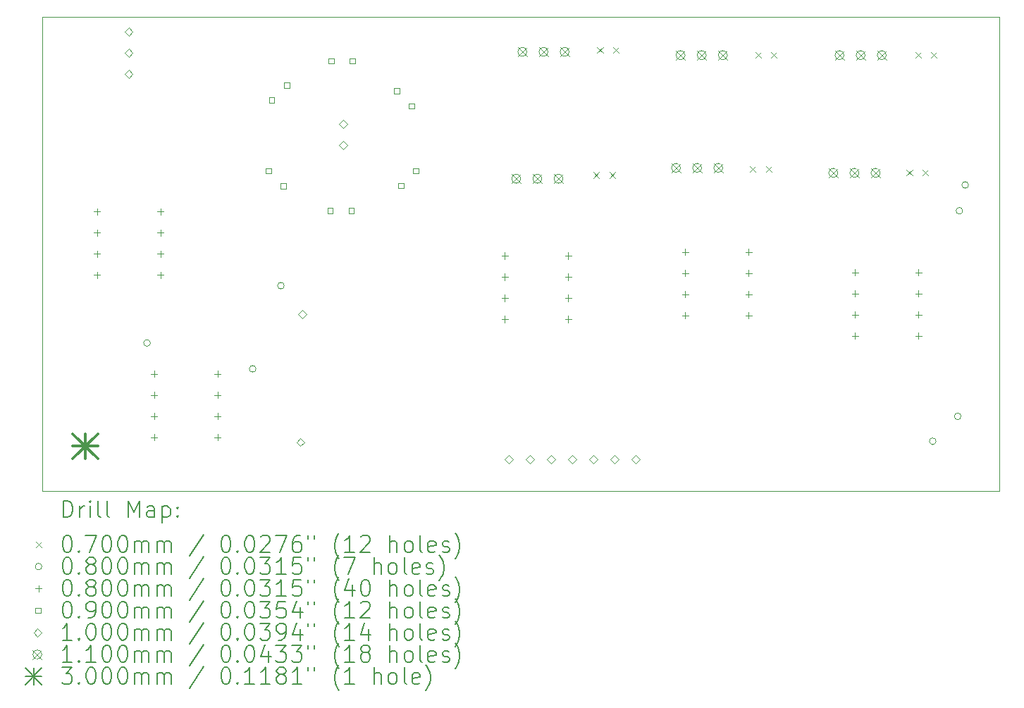
<source format=gbr>
%FSLAX45Y45*%
G04 Gerber Fmt 4.5, Leading zero omitted, Abs format (unit mm)*
G04 Created by KiCad (PCBNEW 6.0.2-378541a8eb~116~ubuntu20.04.1) date 2022-03-04 16:58:57*
%MOMM*%
%LPD*%
G01*
G04 APERTURE LIST*
%TA.AperFunction,Profile*%
%ADD10C,0.050000*%
%TD*%
%ADD11C,0.200000*%
%ADD12C,0.070000*%
%ADD13C,0.080000*%
%ADD14C,0.090000*%
%ADD15C,0.100000*%
%ADD16C,0.110000*%
%ADD17C,0.300000*%
G04 APERTURE END LIST*
D10*
X20400000Y-8300000D02*
X8900000Y-8300000D01*
X8900000Y-2600000D02*
X20400000Y-2600000D01*
X20400000Y-2600000D02*
X20400000Y-8200000D01*
X8900000Y-8300000D02*
X8900000Y-2600000D01*
X20400000Y-8200000D02*
X20400000Y-8300000D01*
D11*
D12*
X15525000Y-4465000D02*
X15595000Y-4535000D01*
X15595000Y-4465000D02*
X15525000Y-4535000D01*
X15568500Y-2960500D02*
X15638500Y-3030500D01*
X15638500Y-2960500D02*
X15568500Y-3030500D01*
X15715000Y-4465000D02*
X15785000Y-4535000D01*
X15785000Y-4465000D02*
X15715000Y-4535000D01*
X15758500Y-2960500D02*
X15828500Y-3030500D01*
X15828500Y-2960500D02*
X15758500Y-3030500D01*
X17404500Y-4395000D02*
X17474500Y-4465000D01*
X17474500Y-4395000D02*
X17404500Y-4465000D01*
X17468500Y-3020500D02*
X17538500Y-3090500D01*
X17538500Y-3020500D02*
X17468500Y-3090500D01*
X17594500Y-4395000D02*
X17664500Y-4465000D01*
X17664500Y-4395000D02*
X17594500Y-4465000D01*
X17658500Y-3020500D02*
X17728500Y-3090500D01*
X17728500Y-3020500D02*
X17658500Y-3090500D01*
X19285000Y-4435000D02*
X19355000Y-4505000D01*
X19355000Y-4435000D02*
X19285000Y-4505000D01*
X19389000Y-3020500D02*
X19459000Y-3090500D01*
X19459000Y-3020500D02*
X19389000Y-3090500D01*
X19475000Y-4435000D02*
X19545000Y-4505000D01*
X19545000Y-4435000D02*
X19475000Y-4505000D01*
X19579000Y-3020500D02*
X19649000Y-3090500D01*
X19649000Y-3020500D02*
X19579000Y-3090500D01*
D13*
X10200000Y-6520000D02*
G75*
G03*
X10200000Y-6520000I-40000J0D01*
G01*
X11470000Y-6830000D02*
G75*
G03*
X11470000Y-6830000I-40000J0D01*
G01*
X11810000Y-5830000D02*
G75*
G03*
X11810000Y-5830000I-40000J0D01*
G01*
X19640000Y-7700000D02*
G75*
G03*
X19640000Y-7700000I-40000J0D01*
G01*
X19940000Y-7400000D02*
G75*
G03*
X19940000Y-7400000I-40000J0D01*
G01*
X19960000Y-4930000D02*
G75*
G03*
X19960000Y-4930000I-40000J0D01*
G01*
X20030000Y-4620000D02*
G75*
G03*
X20030000Y-4620000I-40000J0D01*
G01*
X9560000Y-4900000D02*
X9560000Y-4980000D01*
X9520000Y-4940000D02*
X9600000Y-4940000D01*
X9560000Y-5154000D02*
X9560000Y-5234000D01*
X9520000Y-5194000D02*
X9600000Y-5194000D01*
X9560000Y-5408000D02*
X9560000Y-5488000D01*
X9520000Y-5448000D02*
X9600000Y-5448000D01*
X9560000Y-5662000D02*
X9560000Y-5742000D01*
X9520000Y-5702000D02*
X9600000Y-5702000D01*
X10245000Y-6850000D02*
X10245000Y-6930000D01*
X10205000Y-6890000D02*
X10285000Y-6890000D01*
X10245000Y-7104000D02*
X10245000Y-7184000D01*
X10205000Y-7144000D02*
X10285000Y-7144000D01*
X10245000Y-7358000D02*
X10245000Y-7438000D01*
X10205000Y-7398000D02*
X10285000Y-7398000D01*
X10245000Y-7612000D02*
X10245000Y-7692000D01*
X10205000Y-7652000D02*
X10285000Y-7652000D01*
X10322000Y-4900000D02*
X10322000Y-4980000D01*
X10282000Y-4940000D02*
X10362000Y-4940000D01*
X10322000Y-5154000D02*
X10322000Y-5234000D01*
X10282000Y-5194000D02*
X10362000Y-5194000D01*
X10322000Y-5408000D02*
X10322000Y-5488000D01*
X10282000Y-5448000D02*
X10362000Y-5448000D01*
X10322000Y-5662000D02*
X10322000Y-5742000D01*
X10282000Y-5702000D02*
X10362000Y-5702000D01*
X11007000Y-6850000D02*
X11007000Y-6930000D01*
X10967000Y-6890000D02*
X11047000Y-6890000D01*
X11007000Y-7104000D02*
X11007000Y-7184000D01*
X10967000Y-7144000D02*
X11047000Y-7144000D01*
X11007000Y-7358000D02*
X11007000Y-7438000D01*
X10967000Y-7398000D02*
X11047000Y-7398000D01*
X11007000Y-7612000D02*
X11007000Y-7692000D01*
X10967000Y-7652000D02*
X11047000Y-7652000D01*
X14458750Y-5430000D02*
X14458750Y-5510000D01*
X14418750Y-5470000D02*
X14498750Y-5470000D01*
X14458750Y-5684000D02*
X14458750Y-5764000D01*
X14418750Y-5724000D02*
X14498750Y-5724000D01*
X14458750Y-5938000D02*
X14458750Y-6018000D01*
X14418750Y-5978000D02*
X14498750Y-5978000D01*
X14458750Y-6192000D02*
X14458750Y-6272000D01*
X14418750Y-6232000D02*
X14498750Y-6232000D01*
X15220750Y-5430000D02*
X15220750Y-5510000D01*
X15180750Y-5470000D02*
X15260750Y-5470000D01*
X15220750Y-5684000D02*
X15220750Y-5764000D01*
X15180750Y-5724000D02*
X15260750Y-5724000D01*
X15220750Y-5938000D02*
X15220750Y-6018000D01*
X15180750Y-5978000D02*
X15260750Y-5978000D01*
X15220750Y-6192000D02*
X15220750Y-6272000D01*
X15180750Y-6232000D02*
X15260750Y-6232000D01*
X16626750Y-5386000D02*
X16626750Y-5466000D01*
X16586750Y-5426000D02*
X16666750Y-5426000D01*
X16626750Y-5640000D02*
X16626750Y-5720000D01*
X16586750Y-5680000D02*
X16666750Y-5680000D01*
X16626750Y-5894000D02*
X16626750Y-5974000D01*
X16586750Y-5934000D02*
X16666750Y-5934000D01*
X16626750Y-6148000D02*
X16626750Y-6228000D01*
X16586750Y-6188000D02*
X16666750Y-6188000D01*
X17388750Y-5386000D02*
X17388750Y-5466000D01*
X17348750Y-5426000D02*
X17428750Y-5426000D01*
X17388750Y-5640000D02*
X17388750Y-5720000D01*
X17348750Y-5680000D02*
X17428750Y-5680000D01*
X17388750Y-5894000D02*
X17388750Y-5974000D01*
X17348750Y-5934000D02*
X17428750Y-5934000D01*
X17388750Y-6148000D02*
X17388750Y-6228000D01*
X17348750Y-6188000D02*
X17428750Y-6188000D01*
X18668750Y-5630000D02*
X18668750Y-5710000D01*
X18628750Y-5670000D02*
X18708750Y-5670000D01*
X18668750Y-5884000D02*
X18668750Y-5964000D01*
X18628750Y-5924000D02*
X18708750Y-5924000D01*
X18668750Y-6138000D02*
X18668750Y-6218000D01*
X18628750Y-6178000D02*
X18708750Y-6178000D01*
X18668750Y-6392000D02*
X18668750Y-6472000D01*
X18628750Y-6432000D02*
X18708750Y-6432000D01*
X19430750Y-5630000D02*
X19430750Y-5710000D01*
X19390750Y-5670000D02*
X19470750Y-5670000D01*
X19430750Y-5884000D02*
X19430750Y-5964000D01*
X19390750Y-5924000D02*
X19470750Y-5924000D01*
X19430750Y-6138000D02*
X19430750Y-6218000D01*
X19390750Y-6178000D02*
X19470750Y-6178000D01*
X19430750Y-6392000D02*
X19430750Y-6472000D01*
X19390750Y-6432000D02*
X19470750Y-6432000D01*
D14*
X11652215Y-4482215D02*
X11652215Y-4418575D01*
X11588575Y-4418575D01*
X11588575Y-4482215D01*
X11652215Y-4482215D01*
X11691820Y-3631820D02*
X11691820Y-3568180D01*
X11628180Y-3568180D01*
X11628180Y-3631820D01*
X11691820Y-3631820D01*
X11831820Y-4661820D02*
X11831820Y-4598180D01*
X11768180Y-4598180D01*
X11768180Y-4661820D01*
X11831820Y-4661820D01*
X11871425Y-3452215D02*
X11871425Y-3388575D01*
X11807785Y-3388575D01*
X11807785Y-3452215D01*
X11871425Y-3452215D01*
X12394320Y-4961820D02*
X12394320Y-4898180D01*
X12330680Y-4898180D01*
X12330680Y-4961820D01*
X12394320Y-4961820D01*
X12407820Y-3161820D02*
X12407820Y-3098180D01*
X12344180Y-3098180D01*
X12344180Y-3161820D01*
X12407820Y-3161820D01*
X12648320Y-4961820D02*
X12648320Y-4898180D01*
X12584680Y-4898180D01*
X12584680Y-4961820D01*
X12648320Y-4961820D01*
X12661820Y-3161820D02*
X12661820Y-3098180D01*
X12598180Y-3098180D01*
X12598180Y-3161820D01*
X12661820Y-3161820D01*
X13191820Y-3521820D02*
X13191820Y-3458180D01*
X13128180Y-3458180D01*
X13128180Y-3521820D01*
X13191820Y-3521820D01*
X13242215Y-4661425D02*
X13242215Y-4597785D01*
X13178575Y-4597785D01*
X13178575Y-4661425D01*
X13242215Y-4661425D01*
X13371425Y-3701425D02*
X13371425Y-3637785D01*
X13307785Y-3637785D01*
X13307785Y-3701425D01*
X13371425Y-3701425D01*
X13421820Y-4481820D02*
X13421820Y-4418180D01*
X13358180Y-4418180D01*
X13358180Y-4481820D01*
X13421820Y-4481820D01*
D15*
X9940000Y-2830000D02*
X9990000Y-2780000D01*
X9940000Y-2730000D01*
X9890000Y-2780000D01*
X9940000Y-2830000D01*
X9940000Y-3084000D02*
X9990000Y-3034000D01*
X9940000Y-2984000D01*
X9890000Y-3034000D01*
X9940000Y-3084000D01*
X9940000Y-3338000D02*
X9990000Y-3288000D01*
X9940000Y-3238000D01*
X9890000Y-3288000D01*
X9940000Y-3338000D01*
X12005000Y-7760000D02*
X12055000Y-7710000D01*
X12005000Y-7660000D01*
X11955000Y-7710000D01*
X12005000Y-7760000D01*
X12025000Y-6220000D02*
X12075000Y-6170000D01*
X12025000Y-6120000D01*
X11975000Y-6170000D01*
X12025000Y-6220000D01*
X12520000Y-3940000D02*
X12570000Y-3890000D01*
X12520000Y-3840000D01*
X12470000Y-3890000D01*
X12520000Y-3940000D01*
X12520000Y-4194000D02*
X12570000Y-4144000D01*
X12520000Y-4094000D01*
X12470000Y-4144000D01*
X12520000Y-4194000D01*
X14510000Y-7970000D02*
X14560000Y-7920000D01*
X14510000Y-7870000D01*
X14460000Y-7920000D01*
X14510000Y-7970000D01*
X14764000Y-7970000D02*
X14814000Y-7920000D01*
X14764000Y-7870000D01*
X14714000Y-7920000D01*
X14764000Y-7970000D01*
X15018000Y-7970000D02*
X15068000Y-7920000D01*
X15018000Y-7870000D01*
X14968000Y-7920000D01*
X15018000Y-7970000D01*
X15272000Y-7970000D02*
X15322000Y-7920000D01*
X15272000Y-7870000D01*
X15222000Y-7920000D01*
X15272000Y-7970000D01*
X15526000Y-7970000D02*
X15576000Y-7920000D01*
X15526000Y-7870000D01*
X15476000Y-7920000D01*
X15526000Y-7970000D01*
X15780000Y-7970000D02*
X15830000Y-7920000D01*
X15780000Y-7870000D01*
X15730000Y-7920000D01*
X15780000Y-7970000D01*
X16034000Y-7970000D02*
X16084000Y-7920000D01*
X16034000Y-7870000D01*
X15984000Y-7920000D01*
X16034000Y-7970000D01*
D16*
X14541000Y-4489500D02*
X14651000Y-4599500D01*
X14651000Y-4489500D02*
X14541000Y-4599500D01*
X14651000Y-4544500D02*
G75*
G03*
X14651000Y-4544500I-55000J0D01*
G01*
X14615000Y-2965000D02*
X14725000Y-3075000D01*
X14725000Y-2965000D02*
X14615000Y-3075000D01*
X14725000Y-3020000D02*
G75*
G03*
X14725000Y-3020000I-55000J0D01*
G01*
X14795000Y-4489500D02*
X14905000Y-4599500D01*
X14905000Y-4489500D02*
X14795000Y-4599500D01*
X14905000Y-4544500D02*
G75*
G03*
X14905000Y-4544500I-55000J0D01*
G01*
X14869000Y-2965000D02*
X14979000Y-3075000D01*
X14979000Y-2965000D02*
X14869000Y-3075000D01*
X14979000Y-3020000D02*
G75*
G03*
X14979000Y-3020000I-55000J0D01*
G01*
X15049000Y-4489500D02*
X15159000Y-4599500D01*
X15159000Y-4489500D02*
X15049000Y-4599500D01*
X15159000Y-4544500D02*
G75*
G03*
X15159000Y-4544500I-55000J0D01*
G01*
X15123000Y-2965000D02*
X15233000Y-3075000D01*
X15233000Y-2965000D02*
X15123000Y-3075000D01*
X15233000Y-3020000D02*
G75*
G03*
X15233000Y-3020000I-55000J0D01*
G01*
X16461000Y-4359500D02*
X16571000Y-4469500D01*
X16571000Y-4359500D02*
X16461000Y-4469500D01*
X16571000Y-4414500D02*
G75*
G03*
X16571000Y-4414500I-55000J0D01*
G01*
X16515000Y-3005000D02*
X16625000Y-3115000D01*
X16625000Y-3005000D02*
X16515000Y-3115000D01*
X16625000Y-3060000D02*
G75*
G03*
X16625000Y-3060000I-55000J0D01*
G01*
X16715000Y-4359500D02*
X16825000Y-4469500D01*
X16825000Y-4359500D02*
X16715000Y-4469500D01*
X16825000Y-4414500D02*
G75*
G03*
X16825000Y-4414500I-55000J0D01*
G01*
X16769000Y-3005000D02*
X16879000Y-3115000D01*
X16879000Y-3005000D02*
X16769000Y-3115000D01*
X16879000Y-3060000D02*
G75*
G03*
X16879000Y-3060000I-55000J0D01*
G01*
X16969000Y-4359500D02*
X17079000Y-4469500D01*
X17079000Y-4359500D02*
X16969000Y-4469500D01*
X17079000Y-4414500D02*
G75*
G03*
X17079000Y-4414500I-55000J0D01*
G01*
X17023000Y-3005000D02*
X17133000Y-3115000D01*
X17133000Y-3005000D02*
X17023000Y-3115000D01*
X17133000Y-3060000D02*
G75*
G03*
X17133000Y-3060000I-55000J0D01*
G01*
X18351000Y-4419500D02*
X18461000Y-4529500D01*
X18461000Y-4419500D02*
X18351000Y-4529500D01*
X18461000Y-4474500D02*
G75*
G03*
X18461000Y-4474500I-55000J0D01*
G01*
X18425000Y-3005000D02*
X18535000Y-3115000D01*
X18535000Y-3005000D02*
X18425000Y-3115000D01*
X18535000Y-3060000D02*
G75*
G03*
X18535000Y-3060000I-55000J0D01*
G01*
X18605000Y-4419500D02*
X18715000Y-4529500D01*
X18715000Y-4419500D02*
X18605000Y-4529500D01*
X18715000Y-4474500D02*
G75*
G03*
X18715000Y-4474500I-55000J0D01*
G01*
X18679000Y-3005000D02*
X18789000Y-3115000D01*
X18789000Y-3005000D02*
X18679000Y-3115000D01*
X18789000Y-3060000D02*
G75*
G03*
X18789000Y-3060000I-55000J0D01*
G01*
X18859000Y-4419500D02*
X18969000Y-4529500D01*
X18969000Y-4419500D02*
X18859000Y-4529500D01*
X18969000Y-4474500D02*
G75*
G03*
X18969000Y-4474500I-55000J0D01*
G01*
X18933000Y-3005000D02*
X19043000Y-3115000D01*
X19043000Y-3005000D02*
X18933000Y-3115000D01*
X19043000Y-3060000D02*
G75*
G03*
X19043000Y-3060000I-55000J0D01*
G01*
D17*
X9270000Y-7610000D02*
X9570000Y-7910000D01*
X9570000Y-7610000D02*
X9270000Y-7910000D01*
X9420000Y-7610000D02*
X9420000Y-7910000D01*
X9270000Y-7760000D02*
X9570000Y-7760000D01*
D11*
X9155119Y-8612976D02*
X9155119Y-8412976D01*
X9202738Y-8412976D01*
X9231310Y-8422500D01*
X9250357Y-8441548D01*
X9259881Y-8460595D01*
X9269405Y-8498690D01*
X9269405Y-8527262D01*
X9259881Y-8565357D01*
X9250357Y-8584405D01*
X9231310Y-8603452D01*
X9202738Y-8612976D01*
X9155119Y-8612976D01*
X9355119Y-8612976D02*
X9355119Y-8479643D01*
X9355119Y-8517738D02*
X9364643Y-8498690D01*
X9374167Y-8489167D01*
X9393214Y-8479643D01*
X9412262Y-8479643D01*
X9478929Y-8612976D02*
X9478929Y-8479643D01*
X9478929Y-8412976D02*
X9469405Y-8422500D01*
X9478929Y-8432024D01*
X9488452Y-8422500D01*
X9478929Y-8412976D01*
X9478929Y-8432024D01*
X9602738Y-8612976D02*
X9583690Y-8603452D01*
X9574167Y-8584405D01*
X9574167Y-8412976D01*
X9707500Y-8612976D02*
X9688452Y-8603452D01*
X9678929Y-8584405D01*
X9678929Y-8412976D01*
X9936071Y-8612976D02*
X9936071Y-8412976D01*
X10002738Y-8555833D01*
X10069405Y-8412976D01*
X10069405Y-8612976D01*
X10250357Y-8612976D02*
X10250357Y-8508214D01*
X10240833Y-8489167D01*
X10221786Y-8479643D01*
X10183690Y-8479643D01*
X10164643Y-8489167D01*
X10250357Y-8603452D02*
X10231310Y-8612976D01*
X10183690Y-8612976D01*
X10164643Y-8603452D01*
X10155119Y-8584405D01*
X10155119Y-8565357D01*
X10164643Y-8546310D01*
X10183690Y-8536786D01*
X10231310Y-8536786D01*
X10250357Y-8527262D01*
X10345595Y-8479643D02*
X10345595Y-8679643D01*
X10345595Y-8489167D02*
X10364643Y-8479643D01*
X10402738Y-8479643D01*
X10421786Y-8489167D01*
X10431310Y-8498690D01*
X10440833Y-8517738D01*
X10440833Y-8574881D01*
X10431310Y-8593929D01*
X10421786Y-8603452D01*
X10402738Y-8612976D01*
X10364643Y-8612976D01*
X10345595Y-8603452D01*
X10526548Y-8593929D02*
X10536071Y-8603452D01*
X10526548Y-8612976D01*
X10517024Y-8603452D01*
X10526548Y-8593929D01*
X10526548Y-8612976D01*
X10526548Y-8489167D02*
X10536071Y-8498690D01*
X10526548Y-8508214D01*
X10517024Y-8498690D01*
X10526548Y-8489167D01*
X10526548Y-8508214D01*
D12*
X8827500Y-8907500D02*
X8897500Y-8977500D01*
X8897500Y-8907500D02*
X8827500Y-8977500D01*
D11*
X9193214Y-8832976D02*
X9212262Y-8832976D01*
X9231310Y-8842500D01*
X9240833Y-8852024D01*
X9250357Y-8871071D01*
X9259881Y-8909167D01*
X9259881Y-8956786D01*
X9250357Y-8994881D01*
X9240833Y-9013929D01*
X9231310Y-9023452D01*
X9212262Y-9032976D01*
X9193214Y-9032976D01*
X9174167Y-9023452D01*
X9164643Y-9013929D01*
X9155119Y-8994881D01*
X9145595Y-8956786D01*
X9145595Y-8909167D01*
X9155119Y-8871071D01*
X9164643Y-8852024D01*
X9174167Y-8842500D01*
X9193214Y-8832976D01*
X9345595Y-9013929D02*
X9355119Y-9023452D01*
X9345595Y-9032976D01*
X9336071Y-9023452D01*
X9345595Y-9013929D01*
X9345595Y-9032976D01*
X9421786Y-8832976D02*
X9555119Y-8832976D01*
X9469405Y-9032976D01*
X9669405Y-8832976D02*
X9688452Y-8832976D01*
X9707500Y-8842500D01*
X9717024Y-8852024D01*
X9726548Y-8871071D01*
X9736071Y-8909167D01*
X9736071Y-8956786D01*
X9726548Y-8994881D01*
X9717024Y-9013929D01*
X9707500Y-9023452D01*
X9688452Y-9032976D01*
X9669405Y-9032976D01*
X9650357Y-9023452D01*
X9640833Y-9013929D01*
X9631310Y-8994881D01*
X9621786Y-8956786D01*
X9621786Y-8909167D01*
X9631310Y-8871071D01*
X9640833Y-8852024D01*
X9650357Y-8842500D01*
X9669405Y-8832976D01*
X9859881Y-8832976D02*
X9878929Y-8832976D01*
X9897976Y-8842500D01*
X9907500Y-8852024D01*
X9917024Y-8871071D01*
X9926548Y-8909167D01*
X9926548Y-8956786D01*
X9917024Y-8994881D01*
X9907500Y-9013929D01*
X9897976Y-9023452D01*
X9878929Y-9032976D01*
X9859881Y-9032976D01*
X9840833Y-9023452D01*
X9831310Y-9013929D01*
X9821786Y-8994881D01*
X9812262Y-8956786D01*
X9812262Y-8909167D01*
X9821786Y-8871071D01*
X9831310Y-8852024D01*
X9840833Y-8842500D01*
X9859881Y-8832976D01*
X10012262Y-9032976D02*
X10012262Y-8899643D01*
X10012262Y-8918690D02*
X10021786Y-8909167D01*
X10040833Y-8899643D01*
X10069405Y-8899643D01*
X10088452Y-8909167D01*
X10097976Y-8928214D01*
X10097976Y-9032976D01*
X10097976Y-8928214D02*
X10107500Y-8909167D01*
X10126548Y-8899643D01*
X10155119Y-8899643D01*
X10174167Y-8909167D01*
X10183690Y-8928214D01*
X10183690Y-9032976D01*
X10278929Y-9032976D02*
X10278929Y-8899643D01*
X10278929Y-8918690D02*
X10288452Y-8909167D01*
X10307500Y-8899643D01*
X10336071Y-8899643D01*
X10355119Y-8909167D01*
X10364643Y-8928214D01*
X10364643Y-9032976D01*
X10364643Y-8928214D02*
X10374167Y-8909167D01*
X10393214Y-8899643D01*
X10421786Y-8899643D01*
X10440833Y-8909167D01*
X10450357Y-8928214D01*
X10450357Y-9032976D01*
X10840833Y-8823452D02*
X10669405Y-9080595D01*
X11097976Y-8832976D02*
X11117024Y-8832976D01*
X11136071Y-8842500D01*
X11145595Y-8852024D01*
X11155119Y-8871071D01*
X11164643Y-8909167D01*
X11164643Y-8956786D01*
X11155119Y-8994881D01*
X11145595Y-9013929D01*
X11136071Y-9023452D01*
X11117024Y-9032976D01*
X11097976Y-9032976D01*
X11078929Y-9023452D01*
X11069405Y-9013929D01*
X11059881Y-8994881D01*
X11050357Y-8956786D01*
X11050357Y-8909167D01*
X11059881Y-8871071D01*
X11069405Y-8852024D01*
X11078929Y-8842500D01*
X11097976Y-8832976D01*
X11250357Y-9013929D02*
X11259881Y-9023452D01*
X11250357Y-9032976D01*
X11240833Y-9023452D01*
X11250357Y-9013929D01*
X11250357Y-9032976D01*
X11383690Y-8832976D02*
X11402738Y-8832976D01*
X11421786Y-8842500D01*
X11431309Y-8852024D01*
X11440833Y-8871071D01*
X11450357Y-8909167D01*
X11450357Y-8956786D01*
X11440833Y-8994881D01*
X11431309Y-9013929D01*
X11421786Y-9023452D01*
X11402738Y-9032976D01*
X11383690Y-9032976D01*
X11364643Y-9023452D01*
X11355119Y-9013929D01*
X11345595Y-8994881D01*
X11336071Y-8956786D01*
X11336071Y-8909167D01*
X11345595Y-8871071D01*
X11355119Y-8852024D01*
X11364643Y-8842500D01*
X11383690Y-8832976D01*
X11526548Y-8852024D02*
X11536071Y-8842500D01*
X11555119Y-8832976D01*
X11602738Y-8832976D01*
X11621786Y-8842500D01*
X11631309Y-8852024D01*
X11640833Y-8871071D01*
X11640833Y-8890119D01*
X11631309Y-8918690D01*
X11517024Y-9032976D01*
X11640833Y-9032976D01*
X11707500Y-8832976D02*
X11840833Y-8832976D01*
X11755119Y-9032976D01*
X12002738Y-8832976D02*
X11964643Y-8832976D01*
X11945595Y-8842500D01*
X11936071Y-8852024D01*
X11917024Y-8880595D01*
X11907500Y-8918690D01*
X11907500Y-8994881D01*
X11917024Y-9013929D01*
X11926548Y-9023452D01*
X11945595Y-9032976D01*
X11983690Y-9032976D01*
X12002738Y-9023452D01*
X12012262Y-9013929D01*
X12021786Y-8994881D01*
X12021786Y-8947262D01*
X12012262Y-8928214D01*
X12002738Y-8918690D01*
X11983690Y-8909167D01*
X11945595Y-8909167D01*
X11926548Y-8918690D01*
X11917024Y-8928214D01*
X11907500Y-8947262D01*
X12097976Y-8832976D02*
X12097976Y-8871071D01*
X12174167Y-8832976D02*
X12174167Y-8871071D01*
X12469405Y-9109167D02*
X12459881Y-9099643D01*
X12440833Y-9071071D01*
X12431309Y-9052024D01*
X12421786Y-9023452D01*
X12412262Y-8975833D01*
X12412262Y-8937738D01*
X12421786Y-8890119D01*
X12431309Y-8861548D01*
X12440833Y-8842500D01*
X12459881Y-8813929D01*
X12469405Y-8804405D01*
X12650357Y-9032976D02*
X12536071Y-9032976D01*
X12593214Y-9032976D02*
X12593214Y-8832976D01*
X12574167Y-8861548D01*
X12555119Y-8880595D01*
X12536071Y-8890119D01*
X12726548Y-8852024D02*
X12736071Y-8842500D01*
X12755119Y-8832976D01*
X12802738Y-8832976D01*
X12821786Y-8842500D01*
X12831309Y-8852024D01*
X12840833Y-8871071D01*
X12840833Y-8890119D01*
X12831309Y-8918690D01*
X12717024Y-9032976D01*
X12840833Y-9032976D01*
X13078928Y-9032976D02*
X13078928Y-8832976D01*
X13164643Y-9032976D02*
X13164643Y-8928214D01*
X13155119Y-8909167D01*
X13136071Y-8899643D01*
X13107500Y-8899643D01*
X13088452Y-8909167D01*
X13078928Y-8918690D01*
X13288452Y-9032976D02*
X13269405Y-9023452D01*
X13259881Y-9013929D01*
X13250357Y-8994881D01*
X13250357Y-8937738D01*
X13259881Y-8918690D01*
X13269405Y-8909167D01*
X13288452Y-8899643D01*
X13317024Y-8899643D01*
X13336071Y-8909167D01*
X13345595Y-8918690D01*
X13355119Y-8937738D01*
X13355119Y-8994881D01*
X13345595Y-9013929D01*
X13336071Y-9023452D01*
X13317024Y-9032976D01*
X13288452Y-9032976D01*
X13469405Y-9032976D02*
X13450357Y-9023452D01*
X13440833Y-9004405D01*
X13440833Y-8832976D01*
X13621786Y-9023452D02*
X13602738Y-9032976D01*
X13564643Y-9032976D01*
X13545595Y-9023452D01*
X13536071Y-9004405D01*
X13536071Y-8928214D01*
X13545595Y-8909167D01*
X13564643Y-8899643D01*
X13602738Y-8899643D01*
X13621786Y-8909167D01*
X13631309Y-8928214D01*
X13631309Y-8947262D01*
X13536071Y-8966310D01*
X13707500Y-9023452D02*
X13726548Y-9032976D01*
X13764643Y-9032976D01*
X13783690Y-9023452D01*
X13793214Y-9004405D01*
X13793214Y-8994881D01*
X13783690Y-8975833D01*
X13764643Y-8966310D01*
X13736071Y-8966310D01*
X13717024Y-8956786D01*
X13707500Y-8937738D01*
X13707500Y-8928214D01*
X13717024Y-8909167D01*
X13736071Y-8899643D01*
X13764643Y-8899643D01*
X13783690Y-8909167D01*
X13859881Y-9109167D02*
X13869405Y-9099643D01*
X13888452Y-9071071D01*
X13897976Y-9052024D01*
X13907500Y-9023452D01*
X13917024Y-8975833D01*
X13917024Y-8937738D01*
X13907500Y-8890119D01*
X13897976Y-8861548D01*
X13888452Y-8842500D01*
X13869405Y-8813929D01*
X13859881Y-8804405D01*
D13*
X8897500Y-9206500D02*
G75*
G03*
X8897500Y-9206500I-40000J0D01*
G01*
D11*
X9193214Y-9096976D02*
X9212262Y-9096976D01*
X9231310Y-9106500D01*
X9240833Y-9116024D01*
X9250357Y-9135071D01*
X9259881Y-9173167D01*
X9259881Y-9220786D01*
X9250357Y-9258881D01*
X9240833Y-9277929D01*
X9231310Y-9287452D01*
X9212262Y-9296976D01*
X9193214Y-9296976D01*
X9174167Y-9287452D01*
X9164643Y-9277929D01*
X9155119Y-9258881D01*
X9145595Y-9220786D01*
X9145595Y-9173167D01*
X9155119Y-9135071D01*
X9164643Y-9116024D01*
X9174167Y-9106500D01*
X9193214Y-9096976D01*
X9345595Y-9277929D02*
X9355119Y-9287452D01*
X9345595Y-9296976D01*
X9336071Y-9287452D01*
X9345595Y-9277929D01*
X9345595Y-9296976D01*
X9469405Y-9182690D02*
X9450357Y-9173167D01*
X9440833Y-9163643D01*
X9431310Y-9144595D01*
X9431310Y-9135071D01*
X9440833Y-9116024D01*
X9450357Y-9106500D01*
X9469405Y-9096976D01*
X9507500Y-9096976D01*
X9526548Y-9106500D01*
X9536071Y-9116024D01*
X9545595Y-9135071D01*
X9545595Y-9144595D01*
X9536071Y-9163643D01*
X9526548Y-9173167D01*
X9507500Y-9182690D01*
X9469405Y-9182690D01*
X9450357Y-9192214D01*
X9440833Y-9201738D01*
X9431310Y-9220786D01*
X9431310Y-9258881D01*
X9440833Y-9277929D01*
X9450357Y-9287452D01*
X9469405Y-9296976D01*
X9507500Y-9296976D01*
X9526548Y-9287452D01*
X9536071Y-9277929D01*
X9545595Y-9258881D01*
X9545595Y-9220786D01*
X9536071Y-9201738D01*
X9526548Y-9192214D01*
X9507500Y-9182690D01*
X9669405Y-9096976D02*
X9688452Y-9096976D01*
X9707500Y-9106500D01*
X9717024Y-9116024D01*
X9726548Y-9135071D01*
X9736071Y-9173167D01*
X9736071Y-9220786D01*
X9726548Y-9258881D01*
X9717024Y-9277929D01*
X9707500Y-9287452D01*
X9688452Y-9296976D01*
X9669405Y-9296976D01*
X9650357Y-9287452D01*
X9640833Y-9277929D01*
X9631310Y-9258881D01*
X9621786Y-9220786D01*
X9621786Y-9173167D01*
X9631310Y-9135071D01*
X9640833Y-9116024D01*
X9650357Y-9106500D01*
X9669405Y-9096976D01*
X9859881Y-9096976D02*
X9878929Y-9096976D01*
X9897976Y-9106500D01*
X9907500Y-9116024D01*
X9917024Y-9135071D01*
X9926548Y-9173167D01*
X9926548Y-9220786D01*
X9917024Y-9258881D01*
X9907500Y-9277929D01*
X9897976Y-9287452D01*
X9878929Y-9296976D01*
X9859881Y-9296976D01*
X9840833Y-9287452D01*
X9831310Y-9277929D01*
X9821786Y-9258881D01*
X9812262Y-9220786D01*
X9812262Y-9173167D01*
X9821786Y-9135071D01*
X9831310Y-9116024D01*
X9840833Y-9106500D01*
X9859881Y-9096976D01*
X10012262Y-9296976D02*
X10012262Y-9163643D01*
X10012262Y-9182690D02*
X10021786Y-9173167D01*
X10040833Y-9163643D01*
X10069405Y-9163643D01*
X10088452Y-9173167D01*
X10097976Y-9192214D01*
X10097976Y-9296976D01*
X10097976Y-9192214D02*
X10107500Y-9173167D01*
X10126548Y-9163643D01*
X10155119Y-9163643D01*
X10174167Y-9173167D01*
X10183690Y-9192214D01*
X10183690Y-9296976D01*
X10278929Y-9296976D02*
X10278929Y-9163643D01*
X10278929Y-9182690D02*
X10288452Y-9173167D01*
X10307500Y-9163643D01*
X10336071Y-9163643D01*
X10355119Y-9173167D01*
X10364643Y-9192214D01*
X10364643Y-9296976D01*
X10364643Y-9192214D02*
X10374167Y-9173167D01*
X10393214Y-9163643D01*
X10421786Y-9163643D01*
X10440833Y-9173167D01*
X10450357Y-9192214D01*
X10450357Y-9296976D01*
X10840833Y-9087452D02*
X10669405Y-9344595D01*
X11097976Y-9096976D02*
X11117024Y-9096976D01*
X11136071Y-9106500D01*
X11145595Y-9116024D01*
X11155119Y-9135071D01*
X11164643Y-9173167D01*
X11164643Y-9220786D01*
X11155119Y-9258881D01*
X11145595Y-9277929D01*
X11136071Y-9287452D01*
X11117024Y-9296976D01*
X11097976Y-9296976D01*
X11078929Y-9287452D01*
X11069405Y-9277929D01*
X11059881Y-9258881D01*
X11050357Y-9220786D01*
X11050357Y-9173167D01*
X11059881Y-9135071D01*
X11069405Y-9116024D01*
X11078929Y-9106500D01*
X11097976Y-9096976D01*
X11250357Y-9277929D02*
X11259881Y-9287452D01*
X11250357Y-9296976D01*
X11240833Y-9287452D01*
X11250357Y-9277929D01*
X11250357Y-9296976D01*
X11383690Y-9096976D02*
X11402738Y-9096976D01*
X11421786Y-9106500D01*
X11431309Y-9116024D01*
X11440833Y-9135071D01*
X11450357Y-9173167D01*
X11450357Y-9220786D01*
X11440833Y-9258881D01*
X11431309Y-9277929D01*
X11421786Y-9287452D01*
X11402738Y-9296976D01*
X11383690Y-9296976D01*
X11364643Y-9287452D01*
X11355119Y-9277929D01*
X11345595Y-9258881D01*
X11336071Y-9220786D01*
X11336071Y-9173167D01*
X11345595Y-9135071D01*
X11355119Y-9116024D01*
X11364643Y-9106500D01*
X11383690Y-9096976D01*
X11517024Y-9096976D02*
X11640833Y-9096976D01*
X11574167Y-9173167D01*
X11602738Y-9173167D01*
X11621786Y-9182690D01*
X11631309Y-9192214D01*
X11640833Y-9211262D01*
X11640833Y-9258881D01*
X11631309Y-9277929D01*
X11621786Y-9287452D01*
X11602738Y-9296976D01*
X11545595Y-9296976D01*
X11526548Y-9287452D01*
X11517024Y-9277929D01*
X11831309Y-9296976D02*
X11717024Y-9296976D01*
X11774167Y-9296976D02*
X11774167Y-9096976D01*
X11755119Y-9125548D01*
X11736071Y-9144595D01*
X11717024Y-9154119D01*
X12012262Y-9096976D02*
X11917024Y-9096976D01*
X11907500Y-9192214D01*
X11917024Y-9182690D01*
X11936071Y-9173167D01*
X11983690Y-9173167D01*
X12002738Y-9182690D01*
X12012262Y-9192214D01*
X12021786Y-9211262D01*
X12021786Y-9258881D01*
X12012262Y-9277929D01*
X12002738Y-9287452D01*
X11983690Y-9296976D01*
X11936071Y-9296976D01*
X11917024Y-9287452D01*
X11907500Y-9277929D01*
X12097976Y-9096976D02*
X12097976Y-9135071D01*
X12174167Y-9096976D02*
X12174167Y-9135071D01*
X12469405Y-9373167D02*
X12459881Y-9363643D01*
X12440833Y-9335071D01*
X12431309Y-9316024D01*
X12421786Y-9287452D01*
X12412262Y-9239833D01*
X12412262Y-9201738D01*
X12421786Y-9154119D01*
X12431309Y-9125548D01*
X12440833Y-9106500D01*
X12459881Y-9077929D01*
X12469405Y-9068405D01*
X12526548Y-9096976D02*
X12659881Y-9096976D01*
X12574167Y-9296976D01*
X12888452Y-9296976D02*
X12888452Y-9096976D01*
X12974167Y-9296976D02*
X12974167Y-9192214D01*
X12964643Y-9173167D01*
X12945595Y-9163643D01*
X12917024Y-9163643D01*
X12897976Y-9173167D01*
X12888452Y-9182690D01*
X13097976Y-9296976D02*
X13078928Y-9287452D01*
X13069405Y-9277929D01*
X13059881Y-9258881D01*
X13059881Y-9201738D01*
X13069405Y-9182690D01*
X13078928Y-9173167D01*
X13097976Y-9163643D01*
X13126548Y-9163643D01*
X13145595Y-9173167D01*
X13155119Y-9182690D01*
X13164643Y-9201738D01*
X13164643Y-9258881D01*
X13155119Y-9277929D01*
X13145595Y-9287452D01*
X13126548Y-9296976D01*
X13097976Y-9296976D01*
X13278928Y-9296976D02*
X13259881Y-9287452D01*
X13250357Y-9268405D01*
X13250357Y-9096976D01*
X13431309Y-9287452D02*
X13412262Y-9296976D01*
X13374167Y-9296976D01*
X13355119Y-9287452D01*
X13345595Y-9268405D01*
X13345595Y-9192214D01*
X13355119Y-9173167D01*
X13374167Y-9163643D01*
X13412262Y-9163643D01*
X13431309Y-9173167D01*
X13440833Y-9192214D01*
X13440833Y-9211262D01*
X13345595Y-9230310D01*
X13517024Y-9287452D02*
X13536071Y-9296976D01*
X13574167Y-9296976D01*
X13593214Y-9287452D01*
X13602738Y-9268405D01*
X13602738Y-9258881D01*
X13593214Y-9239833D01*
X13574167Y-9230310D01*
X13545595Y-9230310D01*
X13526548Y-9220786D01*
X13517024Y-9201738D01*
X13517024Y-9192214D01*
X13526548Y-9173167D01*
X13545595Y-9163643D01*
X13574167Y-9163643D01*
X13593214Y-9173167D01*
X13669405Y-9373167D02*
X13678928Y-9363643D01*
X13697976Y-9335071D01*
X13707500Y-9316024D01*
X13717024Y-9287452D01*
X13726548Y-9239833D01*
X13726548Y-9201738D01*
X13717024Y-9154119D01*
X13707500Y-9125548D01*
X13697976Y-9106500D01*
X13678928Y-9077929D01*
X13669405Y-9068405D01*
D13*
X8857500Y-9430500D02*
X8857500Y-9510500D01*
X8817500Y-9470500D02*
X8897500Y-9470500D01*
D11*
X9193214Y-9360976D02*
X9212262Y-9360976D01*
X9231310Y-9370500D01*
X9240833Y-9380024D01*
X9250357Y-9399071D01*
X9259881Y-9437167D01*
X9259881Y-9484786D01*
X9250357Y-9522881D01*
X9240833Y-9541929D01*
X9231310Y-9551452D01*
X9212262Y-9560976D01*
X9193214Y-9560976D01*
X9174167Y-9551452D01*
X9164643Y-9541929D01*
X9155119Y-9522881D01*
X9145595Y-9484786D01*
X9145595Y-9437167D01*
X9155119Y-9399071D01*
X9164643Y-9380024D01*
X9174167Y-9370500D01*
X9193214Y-9360976D01*
X9345595Y-9541929D02*
X9355119Y-9551452D01*
X9345595Y-9560976D01*
X9336071Y-9551452D01*
X9345595Y-9541929D01*
X9345595Y-9560976D01*
X9469405Y-9446690D02*
X9450357Y-9437167D01*
X9440833Y-9427643D01*
X9431310Y-9408595D01*
X9431310Y-9399071D01*
X9440833Y-9380024D01*
X9450357Y-9370500D01*
X9469405Y-9360976D01*
X9507500Y-9360976D01*
X9526548Y-9370500D01*
X9536071Y-9380024D01*
X9545595Y-9399071D01*
X9545595Y-9408595D01*
X9536071Y-9427643D01*
X9526548Y-9437167D01*
X9507500Y-9446690D01*
X9469405Y-9446690D01*
X9450357Y-9456214D01*
X9440833Y-9465738D01*
X9431310Y-9484786D01*
X9431310Y-9522881D01*
X9440833Y-9541929D01*
X9450357Y-9551452D01*
X9469405Y-9560976D01*
X9507500Y-9560976D01*
X9526548Y-9551452D01*
X9536071Y-9541929D01*
X9545595Y-9522881D01*
X9545595Y-9484786D01*
X9536071Y-9465738D01*
X9526548Y-9456214D01*
X9507500Y-9446690D01*
X9669405Y-9360976D02*
X9688452Y-9360976D01*
X9707500Y-9370500D01*
X9717024Y-9380024D01*
X9726548Y-9399071D01*
X9736071Y-9437167D01*
X9736071Y-9484786D01*
X9726548Y-9522881D01*
X9717024Y-9541929D01*
X9707500Y-9551452D01*
X9688452Y-9560976D01*
X9669405Y-9560976D01*
X9650357Y-9551452D01*
X9640833Y-9541929D01*
X9631310Y-9522881D01*
X9621786Y-9484786D01*
X9621786Y-9437167D01*
X9631310Y-9399071D01*
X9640833Y-9380024D01*
X9650357Y-9370500D01*
X9669405Y-9360976D01*
X9859881Y-9360976D02*
X9878929Y-9360976D01*
X9897976Y-9370500D01*
X9907500Y-9380024D01*
X9917024Y-9399071D01*
X9926548Y-9437167D01*
X9926548Y-9484786D01*
X9917024Y-9522881D01*
X9907500Y-9541929D01*
X9897976Y-9551452D01*
X9878929Y-9560976D01*
X9859881Y-9560976D01*
X9840833Y-9551452D01*
X9831310Y-9541929D01*
X9821786Y-9522881D01*
X9812262Y-9484786D01*
X9812262Y-9437167D01*
X9821786Y-9399071D01*
X9831310Y-9380024D01*
X9840833Y-9370500D01*
X9859881Y-9360976D01*
X10012262Y-9560976D02*
X10012262Y-9427643D01*
X10012262Y-9446690D02*
X10021786Y-9437167D01*
X10040833Y-9427643D01*
X10069405Y-9427643D01*
X10088452Y-9437167D01*
X10097976Y-9456214D01*
X10097976Y-9560976D01*
X10097976Y-9456214D02*
X10107500Y-9437167D01*
X10126548Y-9427643D01*
X10155119Y-9427643D01*
X10174167Y-9437167D01*
X10183690Y-9456214D01*
X10183690Y-9560976D01*
X10278929Y-9560976D02*
X10278929Y-9427643D01*
X10278929Y-9446690D02*
X10288452Y-9437167D01*
X10307500Y-9427643D01*
X10336071Y-9427643D01*
X10355119Y-9437167D01*
X10364643Y-9456214D01*
X10364643Y-9560976D01*
X10364643Y-9456214D02*
X10374167Y-9437167D01*
X10393214Y-9427643D01*
X10421786Y-9427643D01*
X10440833Y-9437167D01*
X10450357Y-9456214D01*
X10450357Y-9560976D01*
X10840833Y-9351452D02*
X10669405Y-9608595D01*
X11097976Y-9360976D02*
X11117024Y-9360976D01*
X11136071Y-9370500D01*
X11145595Y-9380024D01*
X11155119Y-9399071D01*
X11164643Y-9437167D01*
X11164643Y-9484786D01*
X11155119Y-9522881D01*
X11145595Y-9541929D01*
X11136071Y-9551452D01*
X11117024Y-9560976D01*
X11097976Y-9560976D01*
X11078929Y-9551452D01*
X11069405Y-9541929D01*
X11059881Y-9522881D01*
X11050357Y-9484786D01*
X11050357Y-9437167D01*
X11059881Y-9399071D01*
X11069405Y-9380024D01*
X11078929Y-9370500D01*
X11097976Y-9360976D01*
X11250357Y-9541929D02*
X11259881Y-9551452D01*
X11250357Y-9560976D01*
X11240833Y-9551452D01*
X11250357Y-9541929D01*
X11250357Y-9560976D01*
X11383690Y-9360976D02*
X11402738Y-9360976D01*
X11421786Y-9370500D01*
X11431309Y-9380024D01*
X11440833Y-9399071D01*
X11450357Y-9437167D01*
X11450357Y-9484786D01*
X11440833Y-9522881D01*
X11431309Y-9541929D01*
X11421786Y-9551452D01*
X11402738Y-9560976D01*
X11383690Y-9560976D01*
X11364643Y-9551452D01*
X11355119Y-9541929D01*
X11345595Y-9522881D01*
X11336071Y-9484786D01*
X11336071Y-9437167D01*
X11345595Y-9399071D01*
X11355119Y-9380024D01*
X11364643Y-9370500D01*
X11383690Y-9360976D01*
X11517024Y-9360976D02*
X11640833Y-9360976D01*
X11574167Y-9437167D01*
X11602738Y-9437167D01*
X11621786Y-9446690D01*
X11631309Y-9456214D01*
X11640833Y-9475262D01*
X11640833Y-9522881D01*
X11631309Y-9541929D01*
X11621786Y-9551452D01*
X11602738Y-9560976D01*
X11545595Y-9560976D01*
X11526548Y-9551452D01*
X11517024Y-9541929D01*
X11831309Y-9560976D02*
X11717024Y-9560976D01*
X11774167Y-9560976D02*
X11774167Y-9360976D01*
X11755119Y-9389548D01*
X11736071Y-9408595D01*
X11717024Y-9418119D01*
X12012262Y-9360976D02*
X11917024Y-9360976D01*
X11907500Y-9456214D01*
X11917024Y-9446690D01*
X11936071Y-9437167D01*
X11983690Y-9437167D01*
X12002738Y-9446690D01*
X12012262Y-9456214D01*
X12021786Y-9475262D01*
X12021786Y-9522881D01*
X12012262Y-9541929D01*
X12002738Y-9551452D01*
X11983690Y-9560976D01*
X11936071Y-9560976D01*
X11917024Y-9551452D01*
X11907500Y-9541929D01*
X12097976Y-9360976D02*
X12097976Y-9399071D01*
X12174167Y-9360976D02*
X12174167Y-9399071D01*
X12469405Y-9637167D02*
X12459881Y-9627643D01*
X12440833Y-9599071D01*
X12431309Y-9580024D01*
X12421786Y-9551452D01*
X12412262Y-9503833D01*
X12412262Y-9465738D01*
X12421786Y-9418119D01*
X12431309Y-9389548D01*
X12440833Y-9370500D01*
X12459881Y-9341929D01*
X12469405Y-9332405D01*
X12631309Y-9427643D02*
X12631309Y-9560976D01*
X12583690Y-9351452D02*
X12536071Y-9494310D01*
X12659881Y-9494310D01*
X12774167Y-9360976D02*
X12793214Y-9360976D01*
X12812262Y-9370500D01*
X12821786Y-9380024D01*
X12831309Y-9399071D01*
X12840833Y-9437167D01*
X12840833Y-9484786D01*
X12831309Y-9522881D01*
X12821786Y-9541929D01*
X12812262Y-9551452D01*
X12793214Y-9560976D01*
X12774167Y-9560976D01*
X12755119Y-9551452D01*
X12745595Y-9541929D01*
X12736071Y-9522881D01*
X12726548Y-9484786D01*
X12726548Y-9437167D01*
X12736071Y-9399071D01*
X12745595Y-9380024D01*
X12755119Y-9370500D01*
X12774167Y-9360976D01*
X13078928Y-9560976D02*
X13078928Y-9360976D01*
X13164643Y-9560976D02*
X13164643Y-9456214D01*
X13155119Y-9437167D01*
X13136071Y-9427643D01*
X13107500Y-9427643D01*
X13088452Y-9437167D01*
X13078928Y-9446690D01*
X13288452Y-9560976D02*
X13269405Y-9551452D01*
X13259881Y-9541929D01*
X13250357Y-9522881D01*
X13250357Y-9465738D01*
X13259881Y-9446690D01*
X13269405Y-9437167D01*
X13288452Y-9427643D01*
X13317024Y-9427643D01*
X13336071Y-9437167D01*
X13345595Y-9446690D01*
X13355119Y-9465738D01*
X13355119Y-9522881D01*
X13345595Y-9541929D01*
X13336071Y-9551452D01*
X13317024Y-9560976D01*
X13288452Y-9560976D01*
X13469405Y-9560976D02*
X13450357Y-9551452D01*
X13440833Y-9532405D01*
X13440833Y-9360976D01*
X13621786Y-9551452D02*
X13602738Y-9560976D01*
X13564643Y-9560976D01*
X13545595Y-9551452D01*
X13536071Y-9532405D01*
X13536071Y-9456214D01*
X13545595Y-9437167D01*
X13564643Y-9427643D01*
X13602738Y-9427643D01*
X13621786Y-9437167D01*
X13631309Y-9456214D01*
X13631309Y-9475262D01*
X13536071Y-9494310D01*
X13707500Y-9551452D02*
X13726548Y-9560976D01*
X13764643Y-9560976D01*
X13783690Y-9551452D01*
X13793214Y-9532405D01*
X13793214Y-9522881D01*
X13783690Y-9503833D01*
X13764643Y-9494310D01*
X13736071Y-9494310D01*
X13717024Y-9484786D01*
X13707500Y-9465738D01*
X13707500Y-9456214D01*
X13717024Y-9437167D01*
X13736071Y-9427643D01*
X13764643Y-9427643D01*
X13783690Y-9437167D01*
X13859881Y-9637167D02*
X13869405Y-9627643D01*
X13888452Y-9599071D01*
X13897976Y-9580024D01*
X13907500Y-9551452D01*
X13917024Y-9503833D01*
X13917024Y-9465738D01*
X13907500Y-9418119D01*
X13897976Y-9389548D01*
X13888452Y-9370500D01*
X13869405Y-9341929D01*
X13859881Y-9332405D01*
D14*
X8884320Y-9766320D02*
X8884320Y-9702680D01*
X8820680Y-9702680D01*
X8820680Y-9766320D01*
X8884320Y-9766320D01*
D11*
X9193214Y-9624976D02*
X9212262Y-9624976D01*
X9231310Y-9634500D01*
X9240833Y-9644024D01*
X9250357Y-9663071D01*
X9259881Y-9701167D01*
X9259881Y-9748786D01*
X9250357Y-9786881D01*
X9240833Y-9805929D01*
X9231310Y-9815452D01*
X9212262Y-9824976D01*
X9193214Y-9824976D01*
X9174167Y-9815452D01*
X9164643Y-9805929D01*
X9155119Y-9786881D01*
X9145595Y-9748786D01*
X9145595Y-9701167D01*
X9155119Y-9663071D01*
X9164643Y-9644024D01*
X9174167Y-9634500D01*
X9193214Y-9624976D01*
X9345595Y-9805929D02*
X9355119Y-9815452D01*
X9345595Y-9824976D01*
X9336071Y-9815452D01*
X9345595Y-9805929D01*
X9345595Y-9824976D01*
X9450357Y-9824976D02*
X9488452Y-9824976D01*
X9507500Y-9815452D01*
X9517024Y-9805929D01*
X9536071Y-9777357D01*
X9545595Y-9739262D01*
X9545595Y-9663071D01*
X9536071Y-9644024D01*
X9526548Y-9634500D01*
X9507500Y-9624976D01*
X9469405Y-9624976D01*
X9450357Y-9634500D01*
X9440833Y-9644024D01*
X9431310Y-9663071D01*
X9431310Y-9710690D01*
X9440833Y-9729738D01*
X9450357Y-9739262D01*
X9469405Y-9748786D01*
X9507500Y-9748786D01*
X9526548Y-9739262D01*
X9536071Y-9729738D01*
X9545595Y-9710690D01*
X9669405Y-9624976D02*
X9688452Y-9624976D01*
X9707500Y-9634500D01*
X9717024Y-9644024D01*
X9726548Y-9663071D01*
X9736071Y-9701167D01*
X9736071Y-9748786D01*
X9726548Y-9786881D01*
X9717024Y-9805929D01*
X9707500Y-9815452D01*
X9688452Y-9824976D01*
X9669405Y-9824976D01*
X9650357Y-9815452D01*
X9640833Y-9805929D01*
X9631310Y-9786881D01*
X9621786Y-9748786D01*
X9621786Y-9701167D01*
X9631310Y-9663071D01*
X9640833Y-9644024D01*
X9650357Y-9634500D01*
X9669405Y-9624976D01*
X9859881Y-9624976D02*
X9878929Y-9624976D01*
X9897976Y-9634500D01*
X9907500Y-9644024D01*
X9917024Y-9663071D01*
X9926548Y-9701167D01*
X9926548Y-9748786D01*
X9917024Y-9786881D01*
X9907500Y-9805929D01*
X9897976Y-9815452D01*
X9878929Y-9824976D01*
X9859881Y-9824976D01*
X9840833Y-9815452D01*
X9831310Y-9805929D01*
X9821786Y-9786881D01*
X9812262Y-9748786D01*
X9812262Y-9701167D01*
X9821786Y-9663071D01*
X9831310Y-9644024D01*
X9840833Y-9634500D01*
X9859881Y-9624976D01*
X10012262Y-9824976D02*
X10012262Y-9691643D01*
X10012262Y-9710690D02*
X10021786Y-9701167D01*
X10040833Y-9691643D01*
X10069405Y-9691643D01*
X10088452Y-9701167D01*
X10097976Y-9720214D01*
X10097976Y-9824976D01*
X10097976Y-9720214D02*
X10107500Y-9701167D01*
X10126548Y-9691643D01*
X10155119Y-9691643D01*
X10174167Y-9701167D01*
X10183690Y-9720214D01*
X10183690Y-9824976D01*
X10278929Y-9824976D02*
X10278929Y-9691643D01*
X10278929Y-9710690D02*
X10288452Y-9701167D01*
X10307500Y-9691643D01*
X10336071Y-9691643D01*
X10355119Y-9701167D01*
X10364643Y-9720214D01*
X10364643Y-9824976D01*
X10364643Y-9720214D02*
X10374167Y-9701167D01*
X10393214Y-9691643D01*
X10421786Y-9691643D01*
X10440833Y-9701167D01*
X10450357Y-9720214D01*
X10450357Y-9824976D01*
X10840833Y-9615452D02*
X10669405Y-9872595D01*
X11097976Y-9624976D02*
X11117024Y-9624976D01*
X11136071Y-9634500D01*
X11145595Y-9644024D01*
X11155119Y-9663071D01*
X11164643Y-9701167D01*
X11164643Y-9748786D01*
X11155119Y-9786881D01*
X11145595Y-9805929D01*
X11136071Y-9815452D01*
X11117024Y-9824976D01*
X11097976Y-9824976D01*
X11078929Y-9815452D01*
X11069405Y-9805929D01*
X11059881Y-9786881D01*
X11050357Y-9748786D01*
X11050357Y-9701167D01*
X11059881Y-9663071D01*
X11069405Y-9644024D01*
X11078929Y-9634500D01*
X11097976Y-9624976D01*
X11250357Y-9805929D02*
X11259881Y-9815452D01*
X11250357Y-9824976D01*
X11240833Y-9815452D01*
X11250357Y-9805929D01*
X11250357Y-9824976D01*
X11383690Y-9624976D02*
X11402738Y-9624976D01*
X11421786Y-9634500D01*
X11431309Y-9644024D01*
X11440833Y-9663071D01*
X11450357Y-9701167D01*
X11450357Y-9748786D01*
X11440833Y-9786881D01*
X11431309Y-9805929D01*
X11421786Y-9815452D01*
X11402738Y-9824976D01*
X11383690Y-9824976D01*
X11364643Y-9815452D01*
X11355119Y-9805929D01*
X11345595Y-9786881D01*
X11336071Y-9748786D01*
X11336071Y-9701167D01*
X11345595Y-9663071D01*
X11355119Y-9644024D01*
X11364643Y-9634500D01*
X11383690Y-9624976D01*
X11517024Y-9624976D02*
X11640833Y-9624976D01*
X11574167Y-9701167D01*
X11602738Y-9701167D01*
X11621786Y-9710690D01*
X11631309Y-9720214D01*
X11640833Y-9739262D01*
X11640833Y-9786881D01*
X11631309Y-9805929D01*
X11621786Y-9815452D01*
X11602738Y-9824976D01*
X11545595Y-9824976D01*
X11526548Y-9815452D01*
X11517024Y-9805929D01*
X11821786Y-9624976D02*
X11726548Y-9624976D01*
X11717024Y-9720214D01*
X11726548Y-9710690D01*
X11745595Y-9701167D01*
X11793214Y-9701167D01*
X11812262Y-9710690D01*
X11821786Y-9720214D01*
X11831309Y-9739262D01*
X11831309Y-9786881D01*
X11821786Y-9805929D01*
X11812262Y-9815452D01*
X11793214Y-9824976D01*
X11745595Y-9824976D01*
X11726548Y-9815452D01*
X11717024Y-9805929D01*
X12002738Y-9691643D02*
X12002738Y-9824976D01*
X11955119Y-9615452D02*
X11907500Y-9758310D01*
X12031309Y-9758310D01*
X12097976Y-9624976D02*
X12097976Y-9663071D01*
X12174167Y-9624976D02*
X12174167Y-9663071D01*
X12469405Y-9901167D02*
X12459881Y-9891643D01*
X12440833Y-9863071D01*
X12431309Y-9844024D01*
X12421786Y-9815452D01*
X12412262Y-9767833D01*
X12412262Y-9729738D01*
X12421786Y-9682119D01*
X12431309Y-9653548D01*
X12440833Y-9634500D01*
X12459881Y-9605929D01*
X12469405Y-9596405D01*
X12650357Y-9824976D02*
X12536071Y-9824976D01*
X12593214Y-9824976D02*
X12593214Y-9624976D01*
X12574167Y-9653548D01*
X12555119Y-9672595D01*
X12536071Y-9682119D01*
X12726548Y-9644024D02*
X12736071Y-9634500D01*
X12755119Y-9624976D01*
X12802738Y-9624976D01*
X12821786Y-9634500D01*
X12831309Y-9644024D01*
X12840833Y-9663071D01*
X12840833Y-9682119D01*
X12831309Y-9710690D01*
X12717024Y-9824976D01*
X12840833Y-9824976D01*
X13078928Y-9824976D02*
X13078928Y-9624976D01*
X13164643Y-9824976D02*
X13164643Y-9720214D01*
X13155119Y-9701167D01*
X13136071Y-9691643D01*
X13107500Y-9691643D01*
X13088452Y-9701167D01*
X13078928Y-9710690D01*
X13288452Y-9824976D02*
X13269405Y-9815452D01*
X13259881Y-9805929D01*
X13250357Y-9786881D01*
X13250357Y-9729738D01*
X13259881Y-9710690D01*
X13269405Y-9701167D01*
X13288452Y-9691643D01*
X13317024Y-9691643D01*
X13336071Y-9701167D01*
X13345595Y-9710690D01*
X13355119Y-9729738D01*
X13355119Y-9786881D01*
X13345595Y-9805929D01*
X13336071Y-9815452D01*
X13317024Y-9824976D01*
X13288452Y-9824976D01*
X13469405Y-9824976D02*
X13450357Y-9815452D01*
X13440833Y-9796405D01*
X13440833Y-9624976D01*
X13621786Y-9815452D02*
X13602738Y-9824976D01*
X13564643Y-9824976D01*
X13545595Y-9815452D01*
X13536071Y-9796405D01*
X13536071Y-9720214D01*
X13545595Y-9701167D01*
X13564643Y-9691643D01*
X13602738Y-9691643D01*
X13621786Y-9701167D01*
X13631309Y-9720214D01*
X13631309Y-9739262D01*
X13536071Y-9758310D01*
X13707500Y-9815452D02*
X13726548Y-9824976D01*
X13764643Y-9824976D01*
X13783690Y-9815452D01*
X13793214Y-9796405D01*
X13793214Y-9786881D01*
X13783690Y-9767833D01*
X13764643Y-9758310D01*
X13736071Y-9758310D01*
X13717024Y-9748786D01*
X13707500Y-9729738D01*
X13707500Y-9720214D01*
X13717024Y-9701167D01*
X13736071Y-9691643D01*
X13764643Y-9691643D01*
X13783690Y-9701167D01*
X13859881Y-9901167D02*
X13869405Y-9891643D01*
X13888452Y-9863071D01*
X13897976Y-9844024D01*
X13907500Y-9815452D01*
X13917024Y-9767833D01*
X13917024Y-9729738D01*
X13907500Y-9682119D01*
X13897976Y-9653548D01*
X13888452Y-9634500D01*
X13869405Y-9605929D01*
X13859881Y-9596405D01*
D15*
X8847500Y-10048500D02*
X8897500Y-9998500D01*
X8847500Y-9948500D01*
X8797500Y-9998500D01*
X8847500Y-10048500D01*
D11*
X9259881Y-10088976D02*
X9145595Y-10088976D01*
X9202738Y-10088976D02*
X9202738Y-9888976D01*
X9183690Y-9917548D01*
X9164643Y-9936595D01*
X9145595Y-9946119D01*
X9345595Y-10069929D02*
X9355119Y-10079452D01*
X9345595Y-10088976D01*
X9336071Y-10079452D01*
X9345595Y-10069929D01*
X9345595Y-10088976D01*
X9478929Y-9888976D02*
X9497976Y-9888976D01*
X9517024Y-9898500D01*
X9526548Y-9908024D01*
X9536071Y-9927071D01*
X9545595Y-9965167D01*
X9545595Y-10012786D01*
X9536071Y-10050881D01*
X9526548Y-10069929D01*
X9517024Y-10079452D01*
X9497976Y-10088976D01*
X9478929Y-10088976D01*
X9459881Y-10079452D01*
X9450357Y-10069929D01*
X9440833Y-10050881D01*
X9431310Y-10012786D01*
X9431310Y-9965167D01*
X9440833Y-9927071D01*
X9450357Y-9908024D01*
X9459881Y-9898500D01*
X9478929Y-9888976D01*
X9669405Y-9888976D02*
X9688452Y-9888976D01*
X9707500Y-9898500D01*
X9717024Y-9908024D01*
X9726548Y-9927071D01*
X9736071Y-9965167D01*
X9736071Y-10012786D01*
X9726548Y-10050881D01*
X9717024Y-10069929D01*
X9707500Y-10079452D01*
X9688452Y-10088976D01*
X9669405Y-10088976D01*
X9650357Y-10079452D01*
X9640833Y-10069929D01*
X9631310Y-10050881D01*
X9621786Y-10012786D01*
X9621786Y-9965167D01*
X9631310Y-9927071D01*
X9640833Y-9908024D01*
X9650357Y-9898500D01*
X9669405Y-9888976D01*
X9859881Y-9888976D02*
X9878929Y-9888976D01*
X9897976Y-9898500D01*
X9907500Y-9908024D01*
X9917024Y-9927071D01*
X9926548Y-9965167D01*
X9926548Y-10012786D01*
X9917024Y-10050881D01*
X9907500Y-10069929D01*
X9897976Y-10079452D01*
X9878929Y-10088976D01*
X9859881Y-10088976D01*
X9840833Y-10079452D01*
X9831310Y-10069929D01*
X9821786Y-10050881D01*
X9812262Y-10012786D01*
X9812262Y-9965167D01*
X9821786Y-9927071D01*
X9831310Y-9908024D01*
X9840833Y-9898500D01*
X9859881Y-9888976D01*
X10012262Y-10088976D02*
X10012262Y-9955643D01*
X10012262Y-9974690D02*
X10021786Y-9965167D01*
X10040833Y-9955643D01*
X10069405Y-9955643D01*
X10088452Y-9965167D01*
X10097976Y-9984214D01*
X10097976Y-10088976D01*
X10097976Y-9984214D02*
X10107500Y-9965167D01*
X10126548Y-9955643D01*
X10155119Y-9955643D01*
X10174167Y-9965167D01*
X10183690Y-9984214D01*
X10183690Y-10088976D01*
X10278929Y-10088976D02*
X10278929Y-9955643D01*
X10278929Y-9974690D02*
X10288452Y-9965167D01*
X10307500Y-9955643D01*
X10336071Y-9955643D01*
X10355119Y-9965167D01*
X10364643Y-9984214D01*
X10364643Y-10088976D01*
X10364643Y-9984214D02*
X10374167Y-9965167D01*
X10393214Y-9955643D01*
X10421786Y-9955643D01*
X10440833Y-9965167D01*
X10450357Y-9984214D01*
X10450357Y-10088976D01*
X10840833Y-9879452D02*
X10669405Y-10136595D01*
X11097976Y-9888976D02*
X11117024Y-9888976D01*
X11136071Y-9898500D01*
X11145595Y-9908024D01*
X11155119Y-9927071D01*
X11164643Y-9965167D01*
X11164643Y-10012786D01*
X11155119Y-10050881D01*
X11145595Y-10069929D01*
X11136071Y-10079452D01*
X11117024Y-10088976D01*
X11097976Y-10088976D01*
X11078929Y-10079452D01*
X11069405Y-10069929D01*
X11059881Y-10050881D01*
X11050357Y-10012786D01*
X11050357Y-9965167D01*
X11059881Y-9927071D01*
X11069405Y-9908024D01*
X11078929Y-9898500D01*
X11097976Y-9888976D01*
X11250357Y-10069929D02*
X11259881Y-10079452D01*
X11250357Y-10088976D01*
X11240833Y-10079452D01*
X11250357Y-10069929D01*
X11250357Y-10088976D01*
X11383690Y-9888976D02*
X11402738Y-9888976D01*
X11421786Y-9898500D01*
X11431309Y-9908024D01*
X11440833Y-9927071D01*
X11450357Y-9965167D01*
X11450357Y-10012786D01*
X11440833Y-10050881D01*
X11431309Y-10069929D01*
X11421786Y-10079452D01*
X11402738Y-10088976D01*
X11383690Y-10088976D01*
X11364643Y-10079452D01*
X11355119Y-10069929D01*
X11345595Y-10050881D01*
X11336071Y-10012786D01*
X11336071Y-9965167D01*
X11345595Y-9927071D01*
X11355119Y-9908024D01*
X11364643Y-9898500D01*
X11383690Y-9888976D01*
X11517024Y-9888976D02*
X11640833Y-9888976D01*
X11574167Y-9965167D01*
X11602738Y-9965167D01*
X11621786Y-9974690D01*
X11631309Y-9984214D01*
X11640833Y-10003262D01*
X11640833Y-10050881D01*
X11631309Y-10069929D01*
X11621786Y-10079452D01*
X11602738Y-10088976D01*
X11545595Y-10088976D01*
X11526548Y-10079452D01*
X11517024Y-10069929D01*
X11736071Y-10088976D02*
X11774167Y-10088976D01*
X11793214Y-10079452D01*
X11802738Y-10069929D01*
X11821786Y-10041357D01*
X11831309Y-10003262D01*
X11831309Y-9927071D01*
X11821786Y-9908024D01*
X11812262Y-9898500D01*
X11793214Y-9888976D01*
X11755119Y-9888976D01*
X11736071Y-9898500D01*
X11726548Y-9908024D01*
X11717024Y-9927071D01*
X11717024Y-9974690D01*
X11726548Y-9993738D01*
X11736071Y-10003262D01*
X11755119Y-10012786D01*
X11793214Y-10012786D01*
X11812262Y-10003262D01*
X11821786Y-9993738D01*
X11831309Y-9974690D01*
X12002738Y-9955643D02*
X12002738Y-10088976D01*
X11955119Y-9879452D02*
X11907500Y-10022310D01*
X12031309Y-10022310D01*
X12097976Y-9888976D02*
X12097976Y-9927071D01*
X12174167Y-9888976D02*
X12174167Y-9927071D01*
X12469405Y-10165167D02*
X12459881Y-10155643D01*
X12440833Y-10127071D01*
X12431309Y-10108024D01*
X12421786Y-10079452D01*
X12412262Y-10031833D01*
X12412262Y-9993738D01*
X12421786Y-9946119D01*
X12431309Y-9917548D01*
X12440833Y-9898500D01*
X12459881Y-9869929D01*
X12469405Y-9860405D01*
X12650357Y-10088976D02*
X12536071Y-10088976D01*
X12593214Y-10088976D02*
X12593214Y-9888976D01*
X12574167Y-9917548D01*
X12555119Y-9936595D01*
X12536071Y-9946119D01*
X12821786Y-9955643D02*
X12821786Y-10088976D01*
X12774167Y-9879452D02*
X12726548Y-10022310D01*
X12850357Y-10022310D01*
X13078928Y-10088976D02*
X13078928Y-9888976D01*
X13164643Y-10088976D02*
X13164643Y-9984214D01*
X13155119Y-9965167D01*
X13136071Y-9955643D01*
X13107500Y-9955643D01*
X13088452Y-9965167D01*
X13078928Y-9974690D01*
X13288452Y-10088976D02*
X13269405Y-10079452D01*
X13259881Y-10069929D01*
X13250357Y-10050881D01*
X13250357Y-9993738D01*
X13259881Y-9974690D01*
X13269405Y-9965167D01*
X13288452Y-9955643D01*
X13317024Y-9955643D01*
X13336071Y-9965167D01*
X13345595Y-9974690D01*
X13355119Y-9993738D01*
X13355119Y-10050881D01*
X13345595Y-10069929D01*
X13336071Y-10079452D01*
X13317024Y-10088976D01*
X13288452Y-10088976D01*
X13469405Y-10088976D02*
X13450357Y-10079452D01*
X13440833Y-10060405D01*
X13440833Y-9888976D01*
X13621786Y-10079452D02*
X13602738Y-10088976D01*
X13564643Y-10088976D01*
X13545595Y-10079452D01*
X13536071Y-10060405D01*
X13536071Y-9984214D01*
X13545595Y-9965167D01*
X13564643Y-9955643D01*
X13602738Y-9955643D01*
X13621786Y-9965167D01*
X13631309Y-9984214D01*
X13631309Y-10003262D01*
X13536071Y-10022310D01*
X13707500Y-10079452D02*
X13726548Y-10088976D01*
X13764643Y-10088976D01*
X13783690Y-10079452D01*
X13793214Y-10060405D01*
X13793214Y-10050881D01*
X13783690Y-10031833D01*
X13764643Y-10022310D01*
X13736071Y-10022310D01*
X13717024Y-10012786D01*
X13707500Y-9993738D01*
X13707500Y-9984214D01*
X13717024Y-9965167D01*
X13736071Y-9955643D01*
X13764643Y-9955643D01*
X13783690Y-9965167D01*
X13859881Y-10165167D02*
X13869405Y-10155643D01*
X13888452Y-10127071D01*
X13897976Y-10108024D01*
X13907500Y-10079452D01*
X13917024Y-10031833D01*
X13917024Y-9993738D01*
X13907500Y-9946119D01*
X13897976Y-9917548D01*
X13888452Y-9898500D01*
X13869405Y-9869929D01*
X13859881Y-9860405D01*
D16*
X8787500Y-10207500D02*
X8897500Y-10317500D01*
X8897500Y-10207500D02*
X8787500Y-10317500D01*
X8897500Y-10262500D02*
G75*
G03*
X8897500Y-10262500I-55000J0D01*
G01*
D11*
X9259881Y-10352976D02*
X9145595Y-10352976D01*
X9202738Y-10352976D02*
X9202738Y-10152976D01*
X9183690Y-10181548D01*
X9164643Y-10200595D01*
X9145595Y-10210119D01*
X9345595Y-10333929D02*
X9355119Y-10343452D01*
X9345595Y-10352976D01*
X9336071Y-10343452D01*
X9345595Y-10333929D01*
X9345595Y-10352976D01*
X9545595Y-10352976D02*
X9431310Y-10352976D01*
X9488452Y-10352976D02*
X9488452Y-10152976D01*
X9469405Y-10181548D01*
X9450357Y-10200595D01*
X9431310Y-10210119D01*
X9669405Y-10152976D02*
X9688452Y-10152976D01*
X9707500Y-10162500D01*
X9717024Y-10172024D01*
X9726548Y-10191071D01*
X9736071Y-10229167D01*
X9736071Y-10276786D01*
X9726548Y-10314881D01*
X9717024Y-10333929D01*
X9707500Y-10343452D01*
X9688452Y-10352976D01*
X9669405Y-10352976D01*
X9650357Y-10343452D01*
X9640833Y-10333929D01*
X9631310Y-10314881D01*
X9621786Y-10276786D01*
X9621786Y-10229167D01*
X9631310Y-10191071D01*
X9640833Y-10172024D01*
X9650357Y-10162500D01*
X9669405Y-10152976D01*
X9859881Y-10152976D02*
X9878929Y-10152976D01*
X9897976Y-10162500D01*
X9907500Y-10172024D01*
X9917024Y-10191071D01*
X9926548Y-10229167D01*
X9926548Y-10276786D01*
X9917024Y-10314881D01*
X9907500Y-10333929D01*
X9897976Y-10343452D01*
X9878929Y-10352976D01*
X9859881Y-10352976D01*
X9840833Y-10343452D01*
X9831310Y-10333929D01*
X9821786Y-10314881D01*
X9812262Y-10276786D01*
X9812262Y-10229167D01*
X9821786Y-10191071D01*
X9831310Y-10172024D01*
X9840833Y-10162500D01*
X9859881Y-10152976D01*
X10012262Y-10352976D02*
X10012262Y-10219643D01*
X10012262Y-10238690D02*
X10021786Y-10229167D01*
X10040833Y-10219643D01*
X10069405Y-10219643D01*
X10088452Y-10229167D01*
X10097976Y-10248214D01*
X10097976Y-10352976D01*
X10097976Y-10248214D02*
X10107500Y-10229167D01*
X10126548Y-10219643D01*
X10155119Y-10219643D01*
X10174167Y-10229167D01*
X10183690Y-10248214D01*
X10183690Y-10352976D01*
X10278929Y-10352976D02*
X10278929Y-10219643D01*
X10278929Y-10238690D02*
X10288452Y-10229167D01*
X10307500Y-10219643D01*
X10336071Y-10219643D01*
X10355119Y-10229167D01*
X10364643Y-10248214D01*
X10364643Y-10352976D01*
X10364643Y-10248214D02*
X10374167Y-10229167D01*
X10393214Y-10219643D01*
X10421786Y-10219643D01*
X10440833Y-10229167D01*
X10450357Y-10248214D01*
X10450357Y-10352976D01*
X10840833Y-10143452D02*
X10669405Y-10400595D01*
X11097976Y-10152976D02*
X11117024Y-10152976D01*
X11136071Y-10162500D01*
X11145595Y-10172024D01*
X11155119Y-10191071D01*
X11164643Y-10229167D01*
X11164643Y-10276786D01*
X11155119Y-10314881D01*
X11145595Y-10333929D01*
X11136071Y-10343452D01*
X11117024Y-10352976D01*
X11097976Y-10352976D01*
X11078929Y-10343452D01*
X11069405Y-10333929D01*
X11059881Y-10314881D01*
X11050357Y-10276786D01*
X11050357Y-10229167D01*
X11059881Y-10191071D01*
X11069405Y-10172024D01*
X11078929Y-10162500D01*
X11097976Y-10152976D01*
X11250357Y-10333929D02*
X11259881Y-10343452D01*
X11250357Y-10352976D01*
X11240833Y-10343452D01*
X11250357Y-10333929D01*
X11250357Y-10352976D01*
X11383690Y-10152976D02*
X11402738Y-10152976D01*
X11421786Y-10162500D01*
X11431309Y-10172024D01*
X11440833Y-10191071D01*
X11450357Y-10229167D01*
X11450357Y-10276786D01*
X11440833Y-10314881D01*
X11431309Y-10333929D01*
X11421786Y-10343452D01*
X11402738Y-10352976D01*
X11383690Y-10352976D01*
X11364643Y-10343452D01*
X11355119Y-10333929D01*
X11345595Y-10314881D01*
X11336071Y-10276786D01*
X11336071Y-10229167D01*
X11345595Y-10191071D01*
X11355119Y-10172024D01*
X11364643Y-10162500D01*
X11383690Y-10152976D01*
X11621786Y-10219643D02*
X11621786Y-10352976D01*
X11574167Y-10143452D02*
X11526548Y-10286310D01*
X11650357Y-10286310D01*
X11707500Y-10152976D02*
X11831309Y-10152976D01*
X11764643Y-10229167D01*
X11793214Y-10229167D01*
X11812262Y-10238690D01*
X11821786Y-10248214D01*
X11831309Y-10267262D01*
X11831309Y-10314881D01*
X11821786Y-10333929D01*
X11812262Y-10343452D01*
X11793214Y-10352976D01*
X11736071Y-10352976D01*
X11717024Y-10343452D01*
X11707500Y-10333929D01*
X11897976Y-10152976D02*
X12021786Y-10152976D01*
X11955119Y-10229167D01*
X11983690Y-10229167D01*
X12002738Y-10238690D01*
X12012262Y-10248214D01*
X12021786Y-10267262D01*
X12021786Y-10314881D01*
X12012262Y-10333929D01*
X12002738Y-10343452D01*
X11983690Y-10352976D01*
X11926548Y-10352976D01*
X11907500Y-10343452D01*
X11897976Y-10333929D01*
X12097976Y-10152976D02*
X12097976Y-10191071D01*
X12174167Y-10152976D02*
X12174167Y-10191071D01*
X12469405Y-10429167D02*
X12459881Y-10419643D01*
X12440833Y-10391071D01*
X12431309Y-10372024D01*
X12421786Y-10343452D01*
X12412262Y-10295833D01*
X12412262Y-10257738D01*
X12421786Y-10210119D01*
X12431309Y-10181548D01*
X12440833Y-10162500D01*
X12459881Y-10133929D01*
X12469405Y-10124405D01*
X12650357Y-10352976D02*
X12536071Y-10352976D01*
X12593214Y-10352976D02*
X12593214Y-10152976D01*
X12574167Y-10181548D01*
X12555119Y-10200595D01*
X12536071Y-10210119D01*
X12764643Y-10238690D02*
X12745595Y-10229167D01*
X12736071Y-10219643D01*
X12726548Y-10200595D01*
X12726548Y-10191071D01*
X12736071Y-10172024D01*
X12745595Y-10162500D01*
X12764643Y-10152976D01*
X12802738Y-10152976D01*
X12821786Y-10162500D01*
X12831309Y-10172024D01*
X12840833Y-10191071D01*
X12840833Y-10200595D01*
X12831309Y-10219643D01*
X12821786Y-10229167D01*
X12802738Y-10238690D01*
X12764643Y-10238690D01*
X12745595Y-10248214D01*
X12736071Y-10257738D01*
X12726548Y-10276786D01*
X12726548Y-10314881D01*
X12736071Y-10333929D01*
X12745595Y-10343452D01*
X12764643Y-10352976D01*
X12802738Y-10352976D01*
X12821786Y-10343452D01*
X12831309Y-10333929D01*
X12840833Y-10314881D01*
X12840833Y-10276786D01*
X12831309Y-10257738D01*
X12821786Y-10248214D01*
X12802738Y-10238690D01*
X13078928Y-10352976D02*
X13078928Y-10152976D01*
X13164643Y-10352976D02*
X13164643Y-10248214D01*
X13155119Y-10229167D01*
X13136071Y-10219643D01*
X13107500Y-10219643D01*
X13088452Y-10229167D01*
X13078928Y-10238690D01*
X13288452Y-10352976D02*
X13269405Y-10343452D01*
X13259881Y-10333929D01*
X13250357Y-10314881D01*
X13250357Y-10257738D01*
X13259881Y-10238690D01*
X13269405Y-10229167D01*
X13288452Y-10219643D01*
X13317024Y-10219643D01*
X13336071Y-10229167D01*
X13345595Y-10238690D01*
X13355119Y-10257738D01*
X13355119Y-10314881D01*
X13345595Y-10333929D01*
X13336071Y-10343452D01*
X13317024Y-10352976D01*
X13288452Y-10352976D01*
X13469405Y-10352976D02*
X13450357Y-10343452D01*
X13440833Y-10324405D01*
X13440833Y-10152976D01*
X13621786Y-10343452D02*
X13602738Y-10352976D01*
X13564643Y-10352976D01*
X13545595Y-10343452D01*
X13536071Y-10324405D01*
X13536071Y-10248214D01*
X13545595Y-10229167D01*
X13564643Y-10219643D01*
X13602738Y-10219643D01*
X13621786Y-10229167D01*
X13631309Y-10248214D01*
X13631309Y-10267262D01*
X13536071Y-10286310D01*
X13707500Y-10343452D02*
X13726548Y-10352976D01*
X13764643Y-10352976D01*
X13783690Y-10343452D01*
X13793214Y-10324405D01*
X13793214Y-10314881D01*
X13783690Y-10295833D01*
X13764643Y-10286310D01*
X13736071Y-10286310D01*
X13717024Y-10276786D01*
X13707500Y-10257738D01*
X13707500Y-10248214D01*
X13717024Y-10229167D01*
X13736071Y-10219643D01*
X13764643Y-10219643D01*
X13783690Y-10229167D01*
X13859881Y-10429167D02*
X13869405Y-10419643D01*
X13888452Y-10391071D01*
X13897976Y-10372024D01*
X13907500Y-10343452D01*
X13917024Y-10295833D01*
X13917024Y-10257738D01*
X13907500Y-10210119D01*
X13897976Y-10181548D01*
X13888452Y-10162500D01*
X13869405Y-10133929D01*
X13859881Y-10124405D01*
X8697500Y-10426500D02*
X8897500Y-10626500D01*
X8897500Y-10426500D02*
X8697500Y-10626500D01*
X8797500Y-10426500D02*
X8797500Y-10626500D01*
X8697500Y-10526500D02*
X8897500Y-10526500D01*
X9136071Y-10416976D02*
X9259881Y-10416976D01*
X9193214Y-10493167D01*
X9221786Y-10493167D01*
X9240833Y-10502690D01*
X9250357Y-10512214D01*
X9259881Y-10531262D01*
X9259881Y-10578881D01*
X9250357Y-10597929D01*
X9240833Y-10607452D01*
X9221786Y-10616976D01*
X9164643Y-10616976D01*
X9145595Y-10607452D01*
X9136071Y-10597929D01*
X9345595Y-10597929D02*
X9355119Y-10607452D01*
X9345595Y-10616976D01*
X9336071Y-10607452D01*
X9345595Y-10597929D01*
X9345595Y-10616976D01*
X9478929Y-10416976D02*
X9497976Y-10416976D01*
X9517024Y-10426500D01*
X9526548Y-10436024D01*
X9536071Y-10455071D01*
X9545595Y-10493167D01*
X9545595Y-10540786D01*
X9536071Y-10578881D01*
X9526548Y-10597929D01*
X9517024Y-10607452D01*
X9497976Y-10616976D01*
X9478929Y-10616976D01*
X9459881Y-10607452D01*
X9450357Y-10597929D01*
X9440833Y-10578881D01*
X9431310Y-10540786D01*
X9431310Y-10493167D01*
X9440833Y-10455071D01*
X9450357Y-10436024D01*
X9459881Y-10426500D01*
X9478929Y-10416976D01*
X9669405Y-10416976D02*
X9688452Y-10416976D01*
X9707500Y-10426500D01*
X9717024Y-10436024D01*
X9726548Y-10455071D01*
X9736071Y-10493167D01*
X9736071Y-10540786D01*
X9726548Y-10578881D01*
X9717024Y-10597929D01*
X9707500Y-10607452D01*
X9688452Y-10616976D01*
X9669405Y-10616976D01*
X9650357Y-10607452D01*
X9640833Y-10597929D01*
X9631310Y-10578881D01*
X9621786Y-10540786D01*
X9621786Y-10493167D01*
X9631310Y-10455071D01*
X9640833Y-10436024D01*
X9650357Y-10426500D01*
X9669405Y-10416976D01*
X9859881Y-10416976D02*
X9878929Y-10416976D01*
X9897976Y-10426500D01*
X9907500Y-10436024D01*
X9917024Y-10455071D01*
X9926548Y-10493167D01*
X9926548Y-10540786D01*
X9917024Y-10578881D01*
X9907500Y-10597929D01*
X9897976Y-10607452D01*
X9878929Y-10616976D01*
X9859881Y-10616976D01*
X9840833Y-10607452D01*
X9831310Y-10597929D01*
X9821786Y-10578881D01*
X9812262Y-10540786D01*
X9812262Y-10493167D01*
X9821786Y-10455071D01*
X9831310Y-10436024D01*
X9840833Y-10426500D01*
X9859881Y-10416976D01*
X10012262Y-10616976D02*
X10012262Y-10483643D01*
X10012262Y-10502690D02*
X10021786Y-10493167D01*
X10040833Y-10483643D01*
X10069405Y-10483643D01*
X10088452Y-10493167D01*
X10097976Y-10512214D01*
X10097976Y-10616976D01*
X10097976Y-10512214D02*
X10107500Y-10493167D01*
X10126548Y-10483643D01*
X10155119Y-10483643D01*
X10174167Y-10493167D01*
X10183690Y-10512214D01*
X10183690Y-10616976D01*
X10278929Y-10616976D02*
X10278929Y-10483643D01*
X10278929Y-10502690D02*
X10288452Y-10493167D01*
X10307500Y-10483643D01*
X10336071Y-10483643D01*
X10355119Y-10493167D01*
X10364643Y-10512214D01*
X10364643Y-10616976D01*
X10364643Y-10512214D02*
X10374167Y-10493167D01*
X10393214Y-10483643D01*
X10421786Y-10483643D01*
X10440833Y-10493167D01*
X10450357Y-10512214D01*
X10450357Y-10616976D01*
X10840833Y-10407452D02*
X10669405Y-10664595D01*
X11097976Y-10416976D02*
X11117024Y-10416976D01*
X11136071Y-10426500D01*
X11145595Y-10436024D01*
X11155119Y-10455071D01*
X11164643Y-10493167D01*
X11164643Y-10540786D01*
X11155119Y-10578881D01*
X11145595Y-10597929D01*
X11136071Y-10607452D01*
X11117024Y-10616976D01*
X11097976Y-10616976D01*
X11078929Y-10607452D01*
X11069405Y-10597929D01*
X11059881Y-10578881D01*
X11050357Y-10540786D01*
X11050357Y-10493167D01*
X11059881Y-10455071D01*
X11069405Y-10436024D01*
X11078929Y-10426500D01*
X11097976Y-10416976D01*
X11250357Y-10597929D02*
X11259881Y-10607452D01*
X11250357Y-10616976D01*
X11240833Y-10607452D01*
X11250357Y-10597929D01*
X11250357Y-10616976D01*
X11450357Y-10616976D02*
X11336071Y-10616976D01*
X11393214Y-10616976D02*
X11393214Y-10416976D01*
X11374167Y-10445548D01*
X11355119Y-10464595D01*
X11336071Y-10474119D01*
X11640833Y-10616976D02*
X11526548Y-10616976D01*
X11583690Y-10616976D02*
X11583690Y-10416976D01*
X11564643Y-10445548D01*
X11545595Y-10464595D01*
X11526548Y-10474119D01*
X11755119Y-10502690D02*
X11736071Y-10493167D01*
X11726548Y-10483643D01*
X11717024Y-10464595D01*
X11717024Y-10455071D01*
X11726548Y-10436024D01*
X11736071Y-10426500D01*
X11755119Y-10416976D01*
X11793214Y-10416976D01*
X11812262Y-10426500D01*
X11821786Y-10436024D01*
X11831309Y-10455071D01*
X11831309Y-10464595D01*
X11821786Y-10483643D01*
X11812262Y-10493167D01*
X11793214Y-10502690D01*
X11755119Y-10502690D01*
X11736071Y-10512214D01*
X11726548Y-10521738D01*
X11717024Y-10540786D01*
X11717024Y-10578881D01*
X11726548Y-10597929D01*
X11736071Y-10607452D01*
X11755119Y-10616976D01*
X11793214Y-10616976D01*
X11812262Y-10607452D01*
X11821786Y-10597929D01*
X11831309Y-10578881D01*
X11831309Y-10540786D01*
X11821786Y-10521738D01*
X11812262Y-10512214D01*
X11793214Y-10502690D01*
X12021786Y-10616976D02*
X11907500Y-10616976D01*
X11964643Y-10616976D02*
X11964643Y-10416976D01*
X11945595Y-10445548D01*
X11926548Y-10464595D01*
X11907500Y-10474119D01*
X12097976Y-10416976D02*
X12097976Y-10455071D01*
X12174167Y-10416976D02*
X12174167Y-10455071D01*
X12469405Y-10693167D02*
X12459881Y-10683643D01*
X12440833Y-10655071D01*
X12431309Y-10636024D01*
X12421786Y-10607452D01*
X12412262Y-10559833D01*
X12412262Y-10521738D01*
X12421786Y-10474119D01*
X12431309Y-10445548D01*
X12440833Y-10426500D01*
X12459881Y-10397929D01*
X12469405Y-10388405D01*
X12650357Y-10616976D02*
X12536071Y-10616976D01*
X12593214Y-10616976D02*
X12593214Y-10416976D01*
X12574167Y-10445548D01*
X12555119Y-10464595D01*
X12536071Y-10474119D01*
X12888452Y-10616976D02*
X12888452Y-10416976D01*
X12974167Y-10616976D02*
X12974167Y-10512214D01*
X12964643Y-10493167D01*
X12945595Y-10483643D01*
X12917024Y-10483643D01*
X12897976Y-10493167D01*
X12888452Y-10502690D01*
X13097976Y-10616976D02*
X13078928Y-10607452D01*
X13069405Y-10597929D01*
X13059881Y-10578881D01*
X13059881Y-10521738D01*
X13069405Y-10502690D01*
X13078928Y-10493167D01*
X13097976Y-10483643D01*
X13126548Y-10483643D01*
X13145595Y-10493167D01*
X13155119Y-10502690D01*
X13164643Y-10521738D01*
X13164643Y-10578881D01*
X13155119Y-10597929D01*
X13145595Y-10607452D01*
X13126548Y-10616976D01*
X13097976Y-10616976D01*
X13278928Y-10616976D02*
X13259881Y-10607452D01*
X13250357Y-10588405D01*
X13250357Y-10416976D01*
X13431309Y-10607452D02*
X13412262Y-10616976D01*
X13374167Y-10616976D01*
X13355119Y-10607452D01*
X13345595Y-10588405D01*
X13345595Y-10512214D01*
X13355119Y-10493167D01*
X13374167Y-10483643D01*
X13412262Y-10483643D01*
X13431309Y-10493167D01*
X13440833Y-10512214D01*
X13440833Y-10531262D01*
X13345595Y-10550310D01*
X13507500Y-10693167D02*
X13517024Y-10683643D01*
X13536071Y-10655071D01*
X13545595Y-10636024D01*
X13555119Y-10607452D01*
X13564643Y-10559833D01*
X13564643Y-10521738D01*
X13555119Y-10474119D01*
X13545595Y-10445548D01*
X13536071Y-10426500D01*
X13517024Y-10397929D01*
X13507500Y-10388405D01*
M02*

</source>
